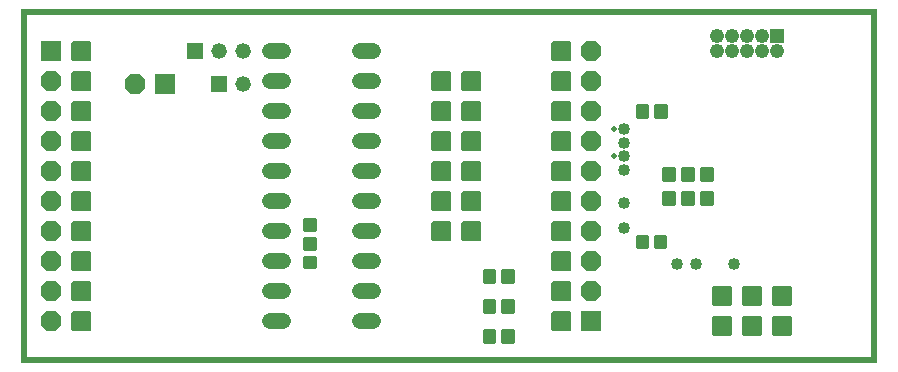
<source format=gbr>
G75*
G70*
%OFA0B0*%
%FSLAX24Y24*%
%IPPOS*%
%LPD*%
%AMOC8*
5,1,8,0,0,1.08239X$1,22.5*
%
%ADD10R,0.0200X1.1811*%
%ADD11R,2.8504X0.0211*%
%ADD12R,2.8504X0.0200*%
%ADD13R,0.0197X1.1811*%
%ADD14R,0.0671X0.0671*%
%ADD15OC8,0.0671*%
%ADD16C,0.0091*%
%ADD17C,0.0520*%
%ADD18R,0.0520X0.0520*%
%ADD19C,0.0520*%
%ADD20C,0.0050*%
%ADD21C,0.0400*%
%ADD22C,0.0200*%
%ADD23C,0.0490*%
%ADD24R,0.0490X0.0490*%
%ADD25C,0.0126*%
D10*
X008985Y014688D03*
D11*
X023136Y020488D03*
D12*
X023136Y008883D03*
D13*
X037290Y014688D03*
D14*
X027885Y010183D03*
X013685Y018083D03*
X009885Y019183D03*
D15*
X009885Y018183D03*
X009885Y017183D03*
X009885Y016183D03*
X009885Y015183D03*
X009885Y014183D03*
X009885Y013183D03*
X009885Y012183D03*
X009885Y011183D03*
X009885Y010183D03*
X012685Y018083D03*
X027885Y018183D03*
X027885Y017183D03*
X027885Y016183D03*
X027885Y015183D03*
X027885Y014183D03*
X027885Y013183D03*
X027885Y012183D03*
X027885Y011183D03*
X027885Y019183D03*
D16*
X029388Y017375D02*
X029388Y016991D01*
X029388Y017375D02*
X029752Y017375D01*
X029752Y016991D01*
X029388Y016991D01*
X029388Y017081D02*
X029752Y017081D01*
X029752Y017171D02*
X029388Y017171D01*
X029388Y017261D02*
X029752Y017261D01*
X029752Y017351D02*
X029388Y017351D01*
X030017Y017375D02*
X030017Y016991D01*
X030017Y017375D02*
X030381Y017375D01*
X030381Y016991D01*
X030017Y016991D01*
X030017Y017081D02*
X030381Y017081D01*
X030381Y017171D02*
X030017Y017171D01*
X030017Y017261D02*
X030381Y017261D01*
X030381Y017351D02*
X030017Y017351D01*
X030637Y015275D02*
X030637Y014891D01*
X030273Y014891D01*
X030273Y015275D01*
X030637Y015275D01*
X030637Y014981D02*
X030273Y014981D01*
X030273Y015071D02*
X030637Y015071D01*
X030637Y015161D02*
X030273Y015161D01*
X030273Y015251D02*
X030637Y015251D01*
X031267Y015275D02*
X031267Y014891D01*
X030903Y014891D01*
X030903Y015275D01*
X031267Y015275D01*
X031267Y014981D02*
X030903Y014981D01*
X030903Y015071D02*
X031267Y015071D01*
X031267Y015161D02*
X030903Y015161D01*
X030903Y015251D02*
X031267Y015251D01*
X031896Y015275D02*
X031896Y014891D01*
X031532Y014891D01*
X031532Y015275D01*
X031896Y015275D01*
X031896Y014981D02*
X031532Y014981D01*
X031532Y015071D02*
X031896Y015071D01*
X031896Y015161D02*
X031532Y015161D01*
X031532Y015251D02*
X031896Y015251D01*
X031532Y014475D02*
X031532Y014091D01*
X031532Y014475D02*
X031896Y014475D01*
X031896Y014091D01*
X031532Y014091D01*
X031532Y014181D02*
X031896Y014181D01*
X031896Y014271D02*
X031532Y014271D01*
X031532Y014361D02*
X031896Y014361D01*
X031896Y014451D02*
X031532Y014451D01*
X030903Y014475D02*
X030903Y014091D01*
X030903Y014475D02*
X031267Y014475D01*
X031267Y014091D01*
X030903Y014091D01*
X030903Y014181D02*
X031267Y014181D01*
X031267Y014271D02*
X030903Y014271D01*
X030903Y014361D02*
X031267Y014361D01*
X031267Y014451D02*
X030903Y014451D01*
X030273Y014475D02*
X030273Y014091D01*
X030273Y014475D02*
X030637Y014475D01*
X030637Y014091D01*
X030273Y014091D01*
X030273Y014181D02*
X030637Y014181D01*
X030637Y014271D02*
X030273Y014271D01*
X030273Y014361D02*
X030637Y014361D01*
X030637Y014451D02*
X030273Y014451D01*
X025281Y011875D02*
X025281Y011491D01*
X024917Y011491D01*
X024917Y011875D01*
X025281Y011875D01*
X025281Y011581D02*
X024917Y011581D01*
X024917Y011671D02*
X025281Y011671D01*
X025281Y011761D02*
X024917Y011761D01*
X024917Y011851D02*
X025281Y011851D01*
X024652Y011875D02*
X024652Y011491D01*
X024288Y011491D01*
X024288Y011875D01*
X024652Y011875D01*
X024652Y011581D02*
X024288Y011581D01*
X024288Y011671D02*
X024652Y011671D01*
X024652Y011761D02*
X024288Y011761D01*
X024288Y011851D02*
X024652Y011851D01*
X024652Y010875D02*
X024652Y010491D01*
X024288Y010491D01*
X024288Y010875D01*
X024652Y010875D01*
X024652Y010581D02*
X024288Y010581D01*
X024288Y010671D02*
X024652Y010671D01*
X024652Y010761D02*
X024288Y010761D01*
X024288Y010851D02*
X024652Y010851D01*
X025281Y010875D02*
X025281Y010491D01*
X024917Y010491D01*
X024917Y010875D01*
X025281Y010875D01*
X025281Y010581D02*
X024917Y010581D01*
X024917Y010671D02*
X025281Y010671D01*
X025281Y010761D02*
X024917Y010761D01*
X024917Y010851D02*
X025281Y010851D01*
X025281Y009875D02*
X025281Y009491D01*
X024917Y009491D01*
X024917Y009875D01*
X025281Y009875D01*
X025281Y009581D02*
X024917Y009581D01*
X024917Y009671D02*
X025281Y009671D01*
X025281Y009761D02*
X024917Y009761D01*
X024917Y009851D02*
X025281Y009851D01*
X024652Y009875D02*
X024652Y009491D01*
X024288Y009491D01*
X024288Y009875D01*
X024652Y009875D01*
X024652Y009581D02*
X024288Y009581D01*
X024288Y009671D02*
X024652Y009671D01*
X024652Y009761D02*
X024288Y009761D01*
X024288Y009851D02*
X024652Y009851D01*
X018677Y011971D02*
X018293Y011971D01*
X018293Y012335D01*
X018677Y012335D01*
X018677Y011971D01*
X018677Y012061D02*
X018293Y012061D01*
X018293Y012151D02*
X018677Y012151D01*
X018677Y012241D02*
X018293Y012241D01*
X018293Y012331D02*
X018677Y012331D01*
X018677Y012601D02*
X018293Y012601D01*
X018293Y012965D01*
X018677Y012965D01*
X018677Y012601D01*
X018677Y012691D02*
X018293Y012691D01*
X018293Y012781D02*
X018677Y012781D01*
X018677Y012871D02*
X018293Y012871D01*
X018293Y012961D02*
X018677Y012961D01*
X018677Y013231D02*
X018293Y013231D01*
X018293Y013595D01*
X018677Y013595D01*
X018677Y013231D01*
X018677Y013321D02*
X018293Y013321D01*
X018293Y013411D02*
X018677Y013411D01*
X018677Y013501D02*
X018293Y013501D01*
X018293Y013591D02*
X018677Y013591D01*
D17*
X017605Y013183D02*
X017165Y013183D01*
X017165Y012183D02*
X017605Y012183D01*
X017605Y011183D02*
X017165Y011183D01*
X017165Y010183D02*
X017605Y010183D01*
X020165Y010183D02*
X020605Y010183D01*
X020605Y011183D02*
X020165Y011183D01*
X020165Y012183D02*
X020605Y012183D01*
X020605Y013183D02*
X020165Y013183D01*
X020165Y014183D02*
X020605Y014183D01*
X020605Y015183D02*
X020165Y015183D01*
X020165Y016183D02*
X020605Y016183D01*
X020605Y017183D02*
X020165Y017183D01*
X020165Y018183D02*
X020605Y018183D01*
X020605Y019183D02*
X020165Y019183D01*
X017605Y019183D02*
X017165Y019183D01*
X017165Y018183D02*
X017605Y018183D01*
X017605Y017183D02*
X017165Y017183D01*
X017165Y016183D02*
X017605Y016183D01*
X017605Y015183D02*
X017165Y015183D01*
X017165Y014183D02*
X017605Y014183D01*
D18*
X015485Y018083D03*
X014685Y019183D03*
D19*
X015472Y019183D03*
X016259Y019183D03*
X016272Y018083D03*
D20*
X010587Y009917D02*
X010594Y009903D01*
X010605Y009892D01*
X010619Y009885D01*
X010635Y009883D01*
X011135Y009883D01*
X011150Y009885D01*
X011164Y009892D01*
X011175Y009903D01*
X011182Y009917D01*
X011185Y009933D01*
X011185Y010433D01*
X011182Y010448D01*
X011175Y010462D01*
X011164Y010473D01*
X011150Y010480D01*
X010619Y010480D01*
X010635Y010483D01*
X011135Y010483D01*
X011150Y010480D01*
X011185Y010432D02*
X010585Y010432D01*
X010585Y010433D02*
X010587Y010448D01*
X010594Y010462D01*
X010605Y010473D01*
X010619Y010480D01*
X010585Y010433D02*
X010585Y009933D01*
X010587Y009917D01*
X010599Y009898D02*
X011170Y009898D01*
X011185Y009947D02*
X010585Y009947D01*
X010585Y009995D02*
X011185Y009995D01*
X011185Y010044D02*
X010585Y010044D01*
X010585Y010092D02*
X011185Y010092D01*
X011185Y010141D02*
X010585Y010141D01*
X010585Y010189D02*
X011185Y010189D01*
X011185Y010238D02*
X010585Y010238D01*
X010585Y010286D02*
X011185Y010286D01*
X011185Y010335D02*
X010585Y010335D01*
X010585Y010383D02*
X011185Y010383D01*
X011135Y010883D02*
X010635Y010883D01*
X010619Y010885D01*
X010605Y010892D01*
X010594Y010903D01*
X010587Y010917D01*
X010585Y010933D01*
X010585Y011433D01*
X010587Y011448D01*
X010594Y011462D01*
X010605Y011473D01*
X010619Y011480D01*
X010635Y011483D01*
X011135Y011483D01*
X011150Y011480D01*
X011164Y011473D01*
X011175Y011462D01*
X011182Y011448D01*
X011185Y011433D01*
X011185Y010933D01*
X011182Y010917D01*
X011175Y010903D01*
X011164Y010892D01*
X011150Y010885D01*
X011135Y010883D01*
X011182Y010917D02*
X010587Y010917D01*
X010585Y010965D02*
X011185Y010965D01*
X011185Y011014D02*
X010585Y011014D01*
X010585Y011062D02*
X011185Y011062D01*
X011185Y011111D02*
X010585Y011111D01*
X010585Y011159D02*
X011185Y011159D01*
X011185Y011208D02*
X010585Y011208D01*
X010585Y011256D02*
X011185Y011256D01*
X011185Y011305D02*
X010585Y011305D01*
X010585Y011353D02*
X011185Y011353D01*
X011185Y011402D02*
X010585Y011402D01*
X010588Y011450D02*
X011181Y011450D01*
X011135Y011883D02*
X010635Y011883D01*
X010619Y011885D01*
X010605Y011892D01*
X010594Y011903D01*
X010587Y011917D01*
X010585Y011933D01*
X010585Y012433D01*
X010587Y012448D01*
X010594Y012462D01*
X010605Y012473D01*
X010619Y012480D01*
X010635Y012483D01*
X011135Y012483D01*
X011150Y012480D01*
X011164Y012473D01*
X011175Y012462D01*
X011182Y012448D01*
X011185Y012433D01*
X011185Y011933D01*
X011182Y011917D01*
X011175Y011903D01*
X011164Y011892D01*
X011150Y011885D01*
X011135Y011883D01*
X011153Y011887D02*
X010616Y011887D01*
X010585Y011935D02*
X011185Y011935D01*
X011185Y011984D02*
X010585Y011984D01*
X010585Y012032D02*
X011185Y012032D01*
X011185Y012081D02*
X010585Y012081D01*
X010585Y012129D02*
X011185Y012129D01*
X011185Y012178D02*
X010585Y012178D01*
X010585Y012226D02*
X011185Y012226D01*
X011185Y012275D02*
X010585Y012275D01*
X010585Y012323D02*
X011185Y012323D01*
X011185Y012372D02*
X010585Y012372D01*
X010585Y012420D02*
X011185Y012420D01*
X011168Y012469D02*
X010601Y012469D01*
X010635Y012883D02*
X010619Y012885D01*
X010605Y012892D01*
X010594Y012903D01*
X010587Y012917D01*
X010585Y012933D01*
X010585Y013433D01*
X010587Y013448D01*
X010594Y013462D01*
X010605Y013473D01*
X010619Y013480D01*
X010635Y013483D01*
X011135Y013483D01*
X011150Y013480D01*
X011164Y013473D01*
X011175Y013462D01*
X011182Y013448D01*
X011185Y013433D01*
X011185Y012933D01*
X011182Y012917D01*
X011175Y012903D01*
X011164Y012892D01*
X011150Y012885D01*
X011135Y012883D01*
X010635Y012883D01*
X010593Y012905D02*
X011176Y012905D01*
X011185Y012954D02*
X010585Y012954D01*
X010585Y013002D02*
X011185Y013002D01*
X011185Y013051D02*
X010585Y013051D01*
X010585Y013099D02*
X011185Y013099D01*
X011185Y013148D02*
X010585Y013148D01*
X010585Y013196D02*
X011185Y013196D01*
X011185Y013245D02*
X010585Y013245D01*
X010585Y013293D02*
X011185Y013293D01*
X011185Y013342D02*
X010585Y013342D01*
X010585Y013390D02*
X011185Y013390D01*
X011184Y013439D02*
X010585Y013439D01*
X010635Y013883D02*
X010619Y013885D01*
X010605Y013892D01*
X010594Y013903D01*
X010587Y013917D01*
X010585Y013933D01*
X010585Y014433D01*
X010587Y014448D01*
X010594Y014462D01*
X010605Y014473D01*
X010619Y014480D01*
X010635Y014483D01*
X011135Y014483D01*
X011150Y014480D01*
X011164Y014473D01*
X011175Y014462D01*
X011182Y014448D01*
X011185Y014433D01*
X011185Y013933D01*
X011182Y013917D01*
X011175Y013903D01*
X011164Y013892D01*
X011150Y013885D01*
X011135Y013883D01*
X010635Y013883D01*
X010586Y013924D02*
X011183Y013924D01*
X011185Y013972D02*
X010585Y013972D01*
X010585Y014021D02*
X011185Y014021D01*
X011185Y014069D02*
X010585Y014069D01*
X010585Y014118D02*
X011185Y014118D01*
X011185Y014166D02*
X010585Y014166D01*
X010585Y014215D02*
X011185Y014215D01*
X011185Y014263D02*
X010585Y014263D01*
X010585Y014312D02*
X011185Y014312D01*
X011185Y014360D02*
X010585Y014360D01*
X010585Y014409D02*
X011185Y014409D01*
X011177Y014457D02*
X010592Y014457D01*
X010635Y014883D02*
X010619Y014885D01*
X010605Y014892D01*
X010594Y014903D01*
X010587Y014917D01*
X010585Y014933D01*
X010585Y015433D01*
X010587Y015448D01*
X010594Y015462D01*
X010605Y015473D01*
X010619Y015480D01*
X010635Y015483D01*
X011135Y015483D01*
X011150Y015480D01*
X011164Y015473D01*
X011175Y015462D01*
X011182Y015448D01*
X011185Y015433D01*
X011185Y014933D01*
X011182Y014917D01*
X011175Y014903D01*
X011164Y014892D01*
X011150Y014885D01*
X011135Y014883D01*
X010635Y014883D01*
X010604Y014894D02*
X011165Y014894D01*
X011185Y014942D02*
X010585Y014942D01*
X010585Y014991D02*
X011185Y014991D01*
X011185Y015039D02*
X010585Y015039D01*
X010585Y015088D02*
X011185Y015088D01*
X011185Y015136D02*
X010585Y015136D01*
X010585Y015185D02*
X011185Y015185D01*
X011185Y015233D02*
X010585Y015233D01*
X010585Y015282D02*
X011185Y015282D01*
X011185Y015330D02*
X010585Y015330D01*
X010585Y015379D02*
X011185Y015379D01*
X011185Y015427D02*
X010585Y015427D01*
X010610Y015476D02*
X011159Y015476D01*
X011135Y015883D02*
X010635Y015883D01*
X010619Y015885D01*
X010605Y015892D01*
X010594Y015903D01*
X010587Y015917D01*
X010585Y015933D01*
X010585Y016433D01*
X010587Y016448D01*
X010594Y016462D01*
X010605Y016473D01*
X010619Y016480D01*
X010635Y016483D01*
X011135Y016483D01*
X011150Y016480D01*
X011164Y016473D01*
X011175Y016462D01*
X011182Y016448D01*
X011185Y016433D01*
X011185Y015933D01*
X011182Y015917D01*
X011175Y015903D01*
X011164Y015892D01*
X011150Y015885D01*
X011135Y015883D01*
X011180Y015912D02*
X010590Y015912D01*
X010585Y015961D02*
X011185Y015961D01*
X011185Y016009D02*
X010585Y016009D01*
X010585Y016058D02*
X011185Y016058D01*
X011185Y016106D02*
X010585Y016106D01*
X010585Y016155D02*
X011185Y016155D01*
X011185Y016203D02*
X010585Y016203D01*
X010585Y016252D02*
X011185Y016252D01*
X011185Y016300D02*
X010585Y016300D01*
X010585Y016349D02*
X011185Y016349D01*
X011185Y016397D02*
X010585Y016397D01*
X010587Y016446D02*
X011182Y016446D01*
X011135Y016883D02*
X010635Y016883D01*
X010619Y016885D01*
X010605Y016892D01*
X010594Y016903D01*
X010587Y016917D01*
X010585Y016933D01*
X010585Y017433D01*
X010587Y017448D01*
X010594Y017462D01*
X010605Y017473D01*
X010619Y017480D01*
X010635Y017483D01*
X011135Y017483D01*
X011150Y017480D01*
X011164Y017473D01*
X011175Y017462D01*
X011182Y017448D01*
X011185Y017433D01*
X011185Y016933D01*
X011182Y016917D01*
X011175Y016903D01*
X011164Y016892D01*
X011150Y016885D01*
X011135Y016883D01*
X011184Y016931D02*
X010585Y016931D01*
X010585Y016979D02*
X011185Y016979D01*
X011185Y017028D02*
X010585Y017028D01*
X010585Y017076D02*
X011185Y017076D01*
X011185Y017125D02*
X010585Y017125D01*
X010585Y017173D02*
X011185Y017173D01*
X011185Y017222D02*
X010585Y017222D01*
X010585Y017270D02*
X011185Y017270D01*
X011185Y017319D02*
X010585Y017319D01*
X010585Y017367D02*
X011185Y017367D01*
X011185Y017416D02*
X010585Y017416D01*
X010596Y017464D02*
X011173Y017464D01*
X011135Y017883D02*
X010635Y017883D01*
X010619Y017885D01*
X010605Y017892D01*
X010594Y017903D01*
X010587Y017917D01*
X010585Y017933D01*
X010585Y018433D01*
X010587Y018448D01*
X010594Y018462D01*
X010605Y018473D01*
X010619Y018480D01*
X010635Y018483D01*
X011135Y018483D01*
X011150Y018480D01*
X011164Y018473D01*
X011175Y018462D01*
X011182Y018448D01*
X011185Y018433D01*
X011185Y017933D01*
X011182Y017917D01*
X011175Y017903D01*
X011164Y017892D01*
X011150Y017885D01*
X011135Y017883D01*
X011172Y017901D02*
X010597Y017901D01*
X010585Y017949D02*
X011185Y017949D01*
X011185Y017998D02*
X010585Y017998D01*
X010585Y018046D02*
X011185Y018046D01*
X011185Y018095D02*
X010585Y018095D01*
X010585Y018143D02*
X011185Y018143D01*
X011185Y018192D02*
X010585Y018192D01*
X010585Y018240D02*
X011185Y018240D01*
X011185Y018289D02*
X010585Y018289D01*
X010585Y018337D02*
X011185Y018337D01*
X011185Y018386D02*
X010585Y018386D01*
X010585Y018434D02*
X011184Y018434D01*
X011135Y018883D02*
X010635Y018883D01*
X010619Y018885D01*
X010605Y018892D01*
X010594Y018903D01*
X010587Y018917D01*
X010585Y018933D01*
X010585Y019433D01*
X010587Y019448D01*
X010594Y019462D01*
X010605Y019473D01*
X010619Y019480D01*
X010635Y019483D01*
X011135Y019483D01*
X011150Y019480D01*
X011164Y019473D01*
X011175Y019462D01*
X011182Y019448D01*
X011185Y019433D01*
X011185Y018933D01*
X011182Y018917D01*
X011175Y018903D01*
X011164Y018892D01*
X011150Y018885D01*
X011135Y018883D01*
X011182Y018919D02*
X010587Y018919D01*
X010585Y018968D02*
X011185Y018968D01*
X011185Y019016D02*
X010585Y019016D01*
X010585Y019065D02*
X011185Y019065D01*
X011185Y019113D02*
X010585Y019113D01*
X010585Y019162D02*
X011185Y019162D01*
X011185Y019210D02*
X010585Y019210D01*
X010585Y019259D02*
X011185Y019259D01*
X011185Y019307D02*
X010585Y019307D01*
X010585Y019356D02*
X011185Y019356D01*
X011185Y019404D02*
X010585Y019404D01*
X010589Y019453D02*
X011180Y019453D01*
X022585Y018433D02*
X022585Y017933D01*
X022587Y017917D01*
X022594Y017903D01*
X022605Y017892D01*
X022619Y017885D01*
X022635Y017883D01*
X023135Y017883D01*
X023150Y017885D01*
X023164Y017892D01*
X023175Y017903D01*
X023182Y017917D01*
X023185Y017933D01*
X023185Y018433D01*
X023182Y018448D01*
X023175Y018462D01*
X023164Y018473D01*
X023150Y018480D01*
X023135Y018483D01*
X022635Y018483D01*
X022619Y018480D01*
X022605Y018473D01*
X022594Y018462D01*
X022587Y018448D01*
X022585Y018433D01*
X022585Y018434D02*
X023184Y018434D01*
X023185Y018386D02*
X022585Y018386D01*
X022585Y018337D02*
X023185Y018337D01*
X023185Y018289D02*
X022585Y018289D01*
X022585Y018240D02*
X023185Y018240D01*
X023185Y018192D02*
X022585Y018192D01*
X022585Y018143D02*
X023185Y018143D01*
X023185Y018095D02*
X022585Y018095D01*
X022585Y018046D02*
X023185Y018046D01*
X023185Y017998D02*
X022585Y017998D01*
X022585Y017949D02*
X023185Y017949D01*
X023172Y017901D02*
X022597Y017901D01*
X022635Y017483D02*
X022619Y017480D01*
X022605Y017473D01*
X022594Y017462D01*
X022587Y017448D01*
X022585Y017433D01*
X022585Y016933D01*
X022587Y016917D01*
X022594Y016903D01*
X022605Y016892D01*
X022619Y016885D01*
X022635Y016883D01*
X023135Y016883D01*
X023150Y016885D01*
X023164Y016892D01*
X023175Y016903D01*
X023182Y016917D01*
X023185Y016933D01*
X023185Y017433D01*
X023182Y017448D01*
X023175Y017462D01*
X023164Y017473D01*
X023150Y017480D01*
X023135Y017483D01*
X022635Y017483D01*
X022596Y017464D02*
X023173Y017464D01*
X023185Y017416D02*
X022585Y017416D01*
X022585Y017367D02*
X023185Y017367D01*
X023185Y017319D02*
X022585Y017319D01*
X022585Y017270D02*
X023185Y017270D01*
X023185Y017222D02*
X022585Y017222D01*
X022585Y017173D02*
X023185Y017173D01*
X023185Y017125D02*
X022585Y017125D01*
X022585Y017076D02*
X023185Y017076D01*
X023185Y017028D02*
X022585Y017028D01*
X022585Y016979D02*
X023185Y016979D01*
X023184Y016931D02*
X022585Y016931D01*
X022635Y016483D02*
X022619Y016480D01*
X022605Y016473D01*
X022594Y016462D01*
X022587Y016448D01*
X022585Y016433D01*
X022585Y015933D01*
X022587Y015917D01*
X022594Y015903D01*
X022605Y015892D01*
X022619Y015885D01*
X022635Y015883D01*
X023135Y015883D01*
X023150Y015885D01*
X023164Y015892D01*
X023175Y015903D01*
X023182Y015917D01*
X023185Y015933D01*
X023185Y016433D01*
X023182Y016448D01*
X023175Y016462D01*
X023164Y016473D01*
X023150Y016480D01*
X023135Y016483D01*
X022635Y016483D01*
X022587Y016446D02*
X023182Y016446D01*
X023185Y016397D02*
X022585Y016397D01*
X022585Y016349D02*
X023185Y016349D01*
X023185Y016300D02*
X022585Y016300D01*
X022585Y016252D02*
X023185Y016252D01*
X023185Y016203D02*
X022585Y016203D01*
X022585Y016155D02*
X023185Y016155D01*
X023185Y016106D02*
X022585Y016106D01*
X022585Y016058D02*
X023185Y016058D01*
X023185Y016009D02*
X022585Y016009D01*
X022585Y015961D02*
X023185Y015961D01*
X023180Y015912D02*
X022590Y015912D01*
X022635Y015483D02*
X022619Y015480D01*
X022605Y015473D01*
X022594Y015462D01*
X022587Y015448D01*
X022585Y015433D01*
X022585Y014933D01*
X022587Y014917D01*
X022594Y014903D01*
X022605Y014892D01*
X022619Y014885D01*
X022635Y014883D01*
X023135Y014883D01*
X023150Y014885D01*
X023164Y014892D01*
X023175Y014903D01*
X023182Y014917D01*
X023185Y014933D01*
X023185Y015433D01*
X023182Y015448D01*
X023175Y015462D01*
X023164Y015473D01*
X023150Y015480D01*
X023135Y015483D01*
X022635Y015483D01*
X022610Y015476D02*
X023159Y015476D01*
X023185Y015427D02*
X022585Y015427D01*
X022585Y015379D02*
X023185Y015379D01*
X023185Y015330D02*
X022585Y015330D01*
X022585Y015282D02*
X023185Y015282D01*
X023185Y015233D02*
X022585Y015233D01*
X022585Y015185D02*
X023185Y015185D01*
X023185Y015136D02*
X022585Y015136D01*
X022585Y015088D02*
X023185Y015088D01*
X023185Y015039D02*
X022585Y015039D01*
X022585Y014991D02*
X023185Y014991D01*
X023185Y014942D02*
X022585Y014942D01*
X022604Y014894D02*
X023165Y014894D01*
X023585Y014933D02*
X023585Y015433D01*
X023587Y015448D01*
X023594Y015462D01*
X023605Y015473D01*
X023619Y015480D01*
X023635Y015483D01*
X024135Y015483D01*
X024150Y015480D01*
X024164Y015473D01*
X024175Y015462D01*
X024182Y015448D01*
X024185Y015433D01*
X024185Y014933D01*
X024182Y014917D01*
X024175Y014903D01*
X024164Y014892D01*
X024150Y014885D01*
X024135Y014883D01*
X023635Y014883D01*
X023619Y014885D01*
X023605Y014892D01*
X023594Y014903D01*
X023587Y014917D01*
X023585Y014933D01*
X023585Y014942D02*
X024185Y014942D01*
X024185Y014991D02*
X023585Y014991D01*
X023585Y015039D02*
X024185Y015039D01*
X024185Y015088D02*
X023585Y015088D01*
X023585Y015136D02*
X024185Y015136D01*
X024185Y015185D02*
X023585Y015185D01*
X023585Y015233D02*
X024185Y015233D01*
X024185Y015282D02*
X023585Y015282D01*
X023585Y015330D02*
X024185Y015330D01*
X024185Y015379D02*
X023585Y015379D01*
X023585Y015427D02*
X024185Y015427D01*
X024159Y015476D02*
X023610Y015476D01*
X023635Y015883D02*
X023619Y015885D01*
X023605Y015892D01*
X023594Y015903D01*
X023587Y015917D01*
X023585Y015933D01*
X023585Y016433D01*
X023587Y016448D01*
X023594Y016462D01*
X023605Y016473D01*
X023619Y016480D01*
X023635Y016483D01*
X024135Y016483D01*
X024150Y016480D01*
X024164Y016473D01*
X024175Y016462D01*
X024182Y016448D01*
X024185Y016433D01*
X024185Y015933D01*
X024182Y015917D01*
X024175Y015903D01*
X024164Y015892D01*
X024150Y015885D01*
X024135Y015883D01*
X023635Y015883D01*
X023590Y015912D02*
X024180Y015912D01*
X024185Y015961D02*
X023585Y015961D01*
X023585Y016009D02*
X024185Y016009D01*
X024185Y016058D02*
X023585Y016058D01*
X023585Y016106D02*
X024185Y016106D01*
X024185Y016155D02*
X023585Y016155D01*
X023585Y016203D02*
X024185Y016203D01*
X024185Y016252D02*
X023585Y016252D01*
X023585Y016300D02*
X024185Y016300D01*
X024185Y016349D02*
X023585Y016349D01*
X023585Y016397D02*
X024185Y016397D01*
X024182Y016446D02*
X023587Y016446D01*
X023635Y016883D02*
X023619Y016885D01*
X023605Y016892D01*
X023594Y016903D01*
X023587Y016917D01*
X023585Y016933D01*
X023585Y017433D01*
X023587Y017448D01*
X023594Y017462D01*
X023605Y017473D01*
X023619Y017480D01*
X023635Y017483D01*
X024135Y017483D01*
X024150Y017480D01*
X024164Y017473D01*
X024175Y017462D01*
X024182Y017448D01*
X024185Y017433D01*
X024185Y016933D01*
X024182Y016917D01*
X024175Y016903D01*
X024164Y016892D01*
X024150Y016885D01*
X024135Y016883D01*
X023635Y016883D01*
X023585Y016931D02*
X024184Y016931D01*
X024185Y016979D02*
X023585Y016979D01*
X023585Y017028D02*
X024185Y017028D01*
X024185Y017076D02*
X023585Y017076D01*
X023585Y017125D02*
X024185Y017125D01*
X024185Y017173D02*
X023585Y017173D01*
X023585Y017222D02*
X024185Y017222D01*
X024185Y017270D02*
X023585Y017270D01*
X023585Y017319D02*
X024185Y017319D01*
X024185Y017367D02*
X023585Y017367D01*
X023585Y017416D02*
X024185Y017416D01*
X024173Y017464D02*
X023596Y017464D01*
X023635Y017883D02*
X023619Y017885D01*
X023605Y017892D01*
X023594Y017903D01*
X023587Y017917D01*
X023585Y017933D01*
X023585Y018433D01*
X023587Y018448D01*
X023594Y018462D01*
X023605Y018473D01*
X023619Y018480D01*
X023635Y018483D01*
X024135Y018483D01*
X024150Y018480D01*
X024164Y018473D01*
X024175Y018462D01*
X024182Y018448D01*
X024185Y018433D01*
X024185Y017933D01*
X024182Y017917D01*
X024175Y017903D01*
X024164Y017892D01*
X024150Y017885D01*
X024135Y017883D01*
X023635Y017883D01*
X023597Y017901D02*
X024172Y017901D01*
X024185Y017949D02*
X023585Y017949D01*
X023585Y017998D02*
X024185Y017998D01*
X024185Y018046D02*
X023585Y018046D01*
X023585Y018095D02*
X024185Y018095D01*
X024185Y018143D02*
X023585Y018143D01*
X023585Y018192D02*
X024185Y018192D01*
X024185Y018240D02*
X023585Y018240D01*
X023585Y018289D02*
X024185Y018289D01*
X024185Y018337D02*
X023585Y018337D01*
X023585Y018386D02*
X024185Y018386D01*
X024184Y018434D02*
X023585Y018434D01*
X026585Y018433D02*
X026585Y017933D01*
X026587Y017917D01*
X026594Y017903D01*
X026605Y017892D01*
X026619Y017885D01*
X026635Y017883D01*
X027135Y017883D01*
X027150Y017885D01*
X027164Y017892D01*
X027175Y017903D01*
X027182Y017917D01*
X027185Y017933D01*
X027185Y018433D01*
X027182Y018448D01*
X027175Y018462D01*
X027164Y018473D01*
X027150Y018480D01*
X027135Y018483D01*
X026635Y018483D01*
X026619Y018480D01*
X026605Y018473D01*
X026594Y018462D01*
X026587Y018448D01*
X026585Y018433D01*
X026585Y018434D02*
X027184Y018434D01*
X027185Y018386D02*
X026585Y018386D01*
X026585Y018337D02*
X027185Y018337D01*
X027185Y018289D02*
X026585Y018289D01*
X026585Y018240D02*
X027185Y018240D01*
X027185Y018192D02*
X026585Y018192D01*
X026585Y018143D02*
X027185Y018143D01*
X027185Y018095D02*
X026585Y018095D01*
X026585Y018046D02*
X027185Y018046D01*
X027185Y017998D02*
X026585Y017998D01*
X026585Y017949D02*
X027185Y017949D01*
X027172Y017901D02*
X026597Y017901D01*
X026635Y017483D02*
X027135Y017483D01*
X027150Y017480D01*
X027164Y017473D01*
X027175Y017462D01*
X027182Y017448D01*
X027185Y017433D01*
X027185Y016933D01*
X027182Y016917D01*
X027175Y016903D01*
X027164Y016892D01*
X027150Y016885D01*
X027135Y016883D01*
X026635Y016883D01*
X026619Y016885D01*
X026605Y016892D01*
X026594Y016903D01*
X026587Y016917D01*
X026585Y016933D01*
X026585Y017433D01*
X026587Y017448D01*
X026594Y017462D01*
X026605Y017473D01*
X026619Y017480D01*
X026635Y017483D01*
X026596Y017464D02*
X027173Y017464D01*
X027185Y017416D02*
X026585Y017416D01*
X026585Y017367D02*
X027185Y017367D01*
X027185Y017319D02*
X026585Y017319D01*
X026585Y017270D02*
X027185Y017270D01*
X027185Y017222D02*
X026585Y017222D01*
X026585Y017173D02*
X027185Y017173D01*
X027185Y017125D02*
X026585Y017125D01*
X026585Y017076D02*
X027185Y017076D01*
X027185Y017028D02*
X026585Y017028D01*
X026585Y016979D02*
X027185Y016979D01*
X027184Y016931D02*
X026585Y016931D01*
X026635Y016483D02*
X027135Y016483D01*
X027150Y016480D01*
X027164Y016473D01*
X027175Y016462D01*
X027182Y016448D01*
X027185Y016433D01*
X027185Y015933D01*
X027182Y015917D01*
X027175Y015903D01*
X027164Y015892D01*
X027150Y015885D01*
X027135Y015883D01*
X026635Y015883D01*
X026619Y015885D01*
X026605Y015892D01*
X026594Y015903D01*
X026587Y015917D01*
X026585Y015933D01*
X026585Y016433D01*
X026587Y016448D01*
X026594Y016462D01*
X026605Y016473D01*
X026619Y016480D01*
X026635Y016483D01*
X026587Y016446D02*
X027182Y016446D01*
X027185Y016397D02*
X026585Y016397D01*
X026585Y016349D02*
X027185Y016349D01*
X027185Y016300D02*
X026585Y016300D01*
X026585Y016252D02*
X027185Y016252D01*
X027185Y016203D02*
X026585Y016203D01*
X026585Y016155D02*
X027185Y016155D01*
X027185Y016106D02*
X026585Y016106D01*
X026585Y016058D02*
X027185Y016058D01*
X027185Y016009D02*
X026585Y016009D01*
X026585Y015961D02*
X027185Y015961D01*
X027180Y015912D02*
X026590Y015912D01*
X026635Y015483D02*
X027135Y015483D01*
X027150Y015480D01*
X027164Y015473D01*
X027175Y015462D01*
X027182Y015448D01*
X027185Y015433D01*
X027185Y014933D01*
X027182Y014917D01*
X027175Y014903D01*
X027164Y014892D01*
X027150Y014885D01*
X027135Y014883D01*
X026635Y014883D01*
X026619Y014885D01*
X026605Y014892D01*
X026594Y014903D01*
X026587Y014917D01*
X026585Y014933D01*
X026585Y015433D01*
X026587Y015448D01*
X026594Y015462D01*
X026605Y015473D01*
X026619Y015480D01*
X026635Y015483D01*
X026610Y015476D02*
X027159Y015476D01*
X027185Y015427D02*
X026585Y015427D01*
X026585Y015379D02*
X027185Y015379D01*
X027185Y015330D02*
X026585Y015330D01*
X026585Y015282D02*
X027185Y015282D01*
X027185Y015233D02*
X026585Y015233D01*
X026585Y015185D02*
X027185Y015185D01*
X027185Y015136D02*
X026585Y015136D01*
X026585Y015088D02*
X027185Y015088D01*
X027185Y015039D02*
X026585Y015039D01*
X026585Y014991D02*
X027185Y014991D01*
X027185Y014942D02*
X026585Y014942D01*
X026604Y014894D02*
X027165Y014894D01*
X027135Y014483D02*
X026635Y014483D01*
X026619Y014480D01*
X026605Y014473D01*
X026594Y014462D01*
X026587Y014448D01*
X026585Y014433D01*
X026585Y013933D01*
X026587Y013917D01*
X026594Y013903D01*
X026605Y013892D01*
X026619Y013885D01*
X026635Y013883D01*
X027135Y013883D01*
X027150Y013885D01*
X027164Y013892D01*
X027175Y013903D01*
X027182Y013917D01*
X027185Y013933D01*
X027185Y014433D01*
X027182Y014448D01*
X027175Y014462D01*
X027164Y014473D01*
X027150Y014480D01*
X027135Y014483D01*
X027177Y014457D02*
X026592Y014457D01*
X026585Y014409D02*
X027185Y014409D01*
X027185Y014360D02*
X026585Y014360D01*
X026585Y014312D02*
X027185Y014312D01*
X027185Y014263D02*
X026585Y014263D01*
X026585Y014215D02*
X027185Y014215D01*
X027185Y014166D02*
X026585Y014166D01*
X026585Y014118D02*
X027185Y014118D01*
X027185Y014069D02*
X026585Y014069D01*
X026585Y014021D02*
X027185Y014021D01*
X027185Y013972D02*
X026585Y013972D01*
X026586Y013924D02*
X027183Y013924D01*
X027135Y013483D02*
X026635Y013483D01*
X026619Y013480D01*
X026605Y013473D01*
X026594Y013462D01*
X026587Y013448D01*
X026585Y013433D01*
X026585Y012933D01*
X026587Y012917D01*
X026594Y012903D01*
X026605Y012892D01*
X026619Y012885D01*
X026635Y012883D01*
X027135Y012883D01*
X027150Y012885D01*
X027164Y012892D01*
X027175Y012903D01*
X027182Y012917D01*
X027185Y012933D01*
X027185Y013433D01*
X027182Y013448D01*
X027175Y013462D01*
X027164Y013473D01*
X027150Y013480D01*
X027135Y013483D01*
X027184Y013439D02*
X026585Y013439D01*
X026585Y013390D02*
X027185Y013390D01*
X027185Y013342D02*
X026585Y013342D01*
X026585Y013293D02*
X027185Y013293D01*
X027185Y013245D02*
X026585Y013245D01*
X026585Y013196D02*
X027185Y013196D01*
X027185Y013148D02*
X026585Y013148D01*
X026585Y013099D02*
X027185Y013099D01*
X027185Y013051D02*
X026585Y013051D01*
X026585Y013002D02*
X027185Y013002D01*
X027185Y012954D02*
X026585Y012954D01*
X026593Y012905D02*
X027176Y012905D01*
X027135Y012483D02*
X026635Y012483D01*
X026619Y012480D01*
X026605Y012473D01*
X026594Y012462D01*
X026587Y012448D01*
X026585Y012433D01*
X026585Y011933D01*
X026587Y011917D01*
X026594Y011903D01*
X026605Y011892D01*
X026619Y011885D01*
X026635Y011883D01*
X027135Y011883D01*
X027150Y011885D01*
X027164Y011892D01*
X027175Y011903D01*
X027182Y011917D01*
X027185Y011933D01*
X027185Y012433D01*
X027182Y012448D01*
X027175Y012462D01*
X027164Y012473D01*
X027150Y012480D01*
X027135Y012483D01*
X027168Y012469D02*
X026601Y012469D01*
X026585Y012420D02*
X027185Y012420D01*
X027185Y012372D02*
X026585Y012372D01*
X026585Y012323D02*
X027185Y012323D01*
X027185Y012275D02*
X026585Y012275D01*
X026585Y012226D02*
X027185Y012226D01*
X027185Y012178D02*
X026585Y012178D01*
X026585Y012129D02*
X027185Y012129D01*
X027185Y012081D02*
X026585Y012081D01*
X026585Y012032D02*
X027185Y012032D01*
X027185Y011984D02*
X026585Y011984D01*
X026585Y011935D02*
X027185Y011935D01*
X027153Y011887D02*
X026616Y011887D01*
X026635Y011483D02*
X027135Y011483D01*
X027150Y011480D01*
X027164Y011473D01*
X027175Y011462D01*
X027182Y011448D01*
X027185Y011433D01*
X027185Y010933D01*
X027182Y010917D01*
X027175Y010903D01*
X027164Y010892D01*
X027150Y010885D01*
X027135Y010883D01*
X026635Y010883D01*
X026619Y010885D01*
X026605Y010892D01*
X026594Y010903D01*
X026587Y010917D01*
X026585Y010933D01*
X026585Y011433D01*
X026587Y011448D01*
X026594Y011462D01*
X026605Y011473D01*
X026619Y011480D01*
X026635Y011483D01*
X026588Y011450D02*
X027181Y011450D01*
X027185Y011402D02*
X026585Y011402D01*
X026585Y011353D02*
X027185Y011353D01*
X027185Y011305D02*
X026585Y011305D01*
X026585Y011256D02*
X027185Y011256D01*
X027185Y011208D02*
X026585Y011208D01*
X026585Y011159D02*
X027185Y011159D01*
X027185Y011111D02*
X026585Y011111D01*
X026585Y011062D02*
X027185Y011062D01*
X027185Y011014D02*
X026585Y011014D01*
X026585Y010965D02*
X027185Y010965D01*
X027182Y010917D02*
X026587Y010917D01*
X026635Y010483D02*
X027135Y010483D01*
X027150Y010480D01*
X026619Y010480D01*
X026635Y010483D01*
X026619Y010480D02*
X026605Y010473D01*
X026594Y010462D01*
X026587Y010448D01*
X026585Y010433D01*
X026585Y009933D01*
X026587Y009917D01*
X026594Y009903D01*
X026605Y009892D01*
X026619Y009885D01*
X026635Y009883D01*
X027135Y009883D01*
X027150Y009885D01*
X027164Y009892D01*
X027175Y009903D01*
X027182Y009917D01*
X027185Y009933D01*
X027185Y010433D01*
X027182Y010448D01*
X027175Y010462D01*
X027164Y010473D01*
X027150Y010480D01*
X027185Y010432D02*
X026585Y010432D01*
X026585Y010383D02*
X027185Y010383D01*
X027185Y010335D02*
X026585Y010335D01*
X026585Y010286D02*
X027185Y010286D01*
X027185Y010238D02*
X026585Y010238D01*
X026585Y010189D02*
X027185Y010189D01*
X027185Y010141D02*
X026585Y010141D01*
X026585Y010092D02*
X027185Y010092D01*
X027185Y010044D02*
X026585Y010044D01*
X026585Y009995D02*
X027185Y009995D01*
X027185Y009947D02*
X026585Y009947D01*
X026599Y009898D02*
X027170Y009898D01*
X031935Y009898D02*
X032535Y009898D01*
X032535Y009850D02*
X031935Y009850D01*
X031935Y009801D02*
X032535Y009801D01*
X032535Y009783D02*
X032532Y009767D01*
X032525Y009753D01*
X032514Y009742D01*
X032500Y009735D01*
X032485Y009733D01*
X031985Y009733D01*
X031969Y009735D01*
X031955Y009742D01*
X031944Y009753D01*
X031937Y009767D01*
X031935Y009783D01*
X031935Y010283D01*
X031937Y010298D01*
X031944Y010312D01*
X031955Y010323D01*
X031969Y010330D01*
X031985Y010333D01*
X032485Y010333D01*
X032500Y010330D01*
X032514Y010323D01*
X032525Y010312D01*
X032532Y010298D01*
X032535Y010283D01*
X032535Y009783D01*
X032524Y009753D02*
X031945Y009753D01*
X031935Y009947D02*
X032535Y009947D01*
X032535Y009995D02*
X031935Y009995D01*
X031935Y010044D02*
X032535Y010044D01*
X032535Y010092D02*
X031935Y010092D01*
X031935Y010141D02*
X032535Y010141D01*
X032535Y010189D02*
X031935Y010189D01*
X031935Y010238D02*
X032535Y010238D01*
X032534Y010286D02*
X031935Y010286D01*
X031985Y010733D02*
X031969Y010735D01*
X031955Y010742D01*
X031944Y010753D01*
X031937Y010767D01*
X031935Y010783D01*
X031935Y011283D01*
X031937Y011298D01*
X031944Y011312D01*
X031955Y011323D01*
X031969Y011330D01*
X031985Y011333D01*
X032485Y011333D01*
X032500Y011330D01*
X032514Y011323D01*
X032525Y011312D01*
X032532Y011298D01*
X032535Y011283D01*
X032535Y010783D01*
X032532Y010767D01*
X032525Y010753D01*
X032514Y010742D01*
X032500Y010735D01*
X032485Y010733D01*
X031985Y010733D01*
X031936Y010771D02*
X032533Y010771D01*
X032535Y010820D02*
X031935Y010820D01*
X031935Y010868D02*
X032535Y010868D01*
X032535Y010917D02*
X031935Y010917D01*
X031935Y010965D02*
X032535Y010965D01*
X032535Y011014D02*
X031935Y011014D01*
X031935Y011062D02*
X032535Y011062D01*
X032535Y011111D02*
X031935Y011111D01*
X031935Y011159D02*
X032535Y011159D01*
X032535Y011208D02*
X031935Y011208D01*
X031935Y011256D02*
X032535Y011256D01*
X032529Y011305D02*
X031940Y011305D01*
X032935Y011283D02*
X032937Y011298D01*
X032944Y011312D01*
X032955Y011323D01*
X032969Y011330D01*
X032985Y011333D01*
X033485Y011333D01*
X033500Y011330D01*
X033514Y011323D01*
X033525Y011312D01*
X033532Y011298D01*
X033535Y011283D01*
X033535Y010783D01*
X033532Y010767D01*
X033525Y010753D01*
X033514Y010742D01*
X033500Y010735D01*
X033485Y010733D01*
X032985Y010733D01*
X032969Y010735D01*
X032955Y010742D01*
X032944Y010753D01*
X032937Y010767D01*
X032935Y010783D01*
X032935Y011283D01*
X032940Y011305D02*
X033529Y011305D01*
X033535Y011256D02*
X032935Y011256D01*
X032935Y011208D02*
X033535Y011208D01*
X033535Y011159D02*
X032935Y011159D01*
X032935Y011111D02*
X033535Y011111D01*
X033535Y011062D02*
X032935Y011062D01*
X032935Y011014D02*
X033535Y011014D01*
X033535Y010965D02*
X032935Y010965D01*
X032935Y010917D02*
X033535Y010917D01*
X033535Y010868D02*
X032935Y010868D01*
X032935Y010820D02*
X033535Y010820D01*
X033533Y010771D02*
X032936Y010771D01*
X032985Y010333D02*
X033485Y010333D01*
X033500Y010330D01*
X033514Y010323D01*
X033525Y010312D01*
X033532Y010298D01*
X033535Y010283D01*
X033535Y009783D01*
X033532Y009767D01*
X033525Y009753D01*
X033514Y009742D01*
X033500Y009735D01*
X033485Y009733D01*
X032985Y009733D01*
X032969Y009735D01*
X032955Y009742D01*
X032944Y009753D01*
X032937Y009767D01*
X032935Y009783D01*
X032935Y010283D01*
X032937Y010298D01*
X032944Y010312D01*
X032955Y010323D01*
X032969Y010330D01*
X032985Y010333D01*
X032935Y010286D02*
X033534Y010286D01*
X033535Y010238D02*
X032935Y010238D01*
X032935Y010189D02*
X033535Y010189D01*
X033535Y010141D02*
X032935Y010141D01*
X032935Y010092D02*
X033535Y010092D01*
X033535Y010044D02*
X032935Y010044D01*
X032935Y009995D02*
X033535Y009995D01*
X033535Y009947D02*
X032935Y009947D01*
X032935Y009898D02*
X033535Y009898D01*
X033535Y009850D02*
X032935Y009850D01*
X032935Y009801D02*
X033535Y009801D01*
X033524Y009753D02*
X032945Y009753D01*
X033935Y009783D02*
X033935Y010283D01*
X033937Y010298D01*
X033944Y010312D01*
X033955Y010323D01*
X033969Y010330D01*
X033985Y010333D01*
X034485Y010333D01*
X034500Y010330D01*
X034514Y010323D01*
X034525Y010312D01*
X034532Y010298D01*
X034535Y010283D01*
X034535Y009783D01*
X034532Y009767D01*
X034525Y009753D01*
X034514Y009742D01*
X034500Y009735D01*
X034485Y009733D01*
X033985Y009733D01*
X033969Y009735D01*
X033955Y009742D01*
X033944Y009753D01*
X033937Y009767D01*
X033935Y009783D01*
X033935Y009801D02*
X034535Y009801D01*
X034535Y009850D02*
X033935Y009850D01*
X033935Y009898D02*
X034535Y009898D01*
X034535Y009947D02*
X033935Y009947D01*
X033935Y009995D02*
X034535Y009995D01*
X034535Y010044D02*
X033935Y010044D01*
X033935Y010092D02*
X034535Y010092D01*
X034535Y010141D02*
X033935Y010141D01*
X033935Y010189D02*
X034535Y010189D01*
X034535Y010238D02*
X033935Y010238D01*
X033935Y010286D02*
X034534Y010286D01*
X034485Y010733D02*
X033985Y010733D01*
X033969Y010735D01*
X033955Y010742D01*
X033944Y010753D01*
X033937Y010767D01*
X033935Y010783D01*
X033935Y011283D01*
X033937Y011298D01*
X033944Y011312D01*
X033955Y011323D01*
X033969Y011330D01*
X033985Y011333D01*
X034485Y011333D01*
X034500Y011330D01*
X034514Y011323D01*
X034525Y011312D01*
X034532Y011298D01*
X034535Y011283D01*
X034535Y010783D01*
X034532Y010767D01*
X034525Y010753D01*
X034514Y010742D01*
X034500Y010735D01*
X034485Y010733D01*
X034533Y010771D02*
X033936Y010771D01*
X033935Y010820D02*
X034535Y010820D01*
X034535Y010868D02*
X033935Y010868D01*
X033935Y010917D02*
X034535Y010917D01*
X034535Y010965D02*
X033935Y010965D01*
X033935Y011014D02*
X034535Y011014D01*
X034535Y011062D02*
X033935Y011062D01*
X033935Y011111D02*
X034535Y011111D01*
X034535Y011159D02*
X033935Y011159D01*
X033935Y011208D02*
X034535Y011208D01*
X034535Y011256D02*
X033935Y011256D01*
X033940Y011305D02*
X034529Y011305D01*
X034524Y009753D02*
X033945Y009753D01*
X024182Y012917D02*
X024175Y012903D01*
X024164Y012892D01*
X024150Y012885D01*
X024135Y012883D01*
X023635Y012883D01*
X023619Y012885D01*
X023605Y012892D01*
X023594Y012903D01*
X023587Y012917D01*
X023585Y012933D01*
X023585Y013433D01*
X023587Y013448D01*
X023594Y013462D01*
X023605Y013473D01*
X023619Y013480D01*
X023635Y013483D01*
X024135Y013483D01*
X024150Y013480D01*
X024164Y013473D01*
X024175Y013462D01*
X024182Y013448D01*
X024185Y013433D01*
X024185Y012933D01*
X024182Y012917D01*
X024176Y012905D02*
X023593Y012905D01*
X023585Y012954D02*
X024185Y012954D01*
X024185Y013002D02*
X023585Y013002D01*
X023585Y013051D02*
X024185Y013051D01*
X024185Y013099D02*
X023585Y013099D01*
X023585Y013148D02*
X024185Y013148D01*
X024185Y013196D02*
X023585Y013196D01*
X023585Y013245D02*
X024185Y013245D01*
X024185Y013293D02*
X023585Y013293D01*
X023585Y013342D02*
X024185Y013342D01*
X024185Y013390D02*
X023585Y013390D01*
X023585Y013439D02*
X024184Y013439D01*
X024135Y013883D02*
X023635Y013883D01*
X023619Y013885D01*
X023605Y013892D01*
X023594Y013903D01*
X023587Y013917D01*
X023585Y013933D01*
X023585Y014433D01*
X023587Y014448D01*
X023594Y014462D01*
X023605Y014473D01*
X023619Y014480D01*
X023635Y014483D01*
X024135Y014483D01*
X024150Y014480D01*
X024164Y014473D01*
X024175Y014462D01*
X024182Y014448D01*
X024185Y014433D01*
X024185Y013933D01*
X024182Y013917D01*
X024175Y013903D01*
X024164Y013892D01*
X024150Y013885D01*
X024135Y013883D01*
X024183Y013924D02*
X023586Y013924D01*
X023585Y013972D02*
X024185Y013972D01*
X024185Y014021D02*
X023585Y014021D01*
X023585Y014069D02*
X024185Y014069D01*
X024185Y014118D02*
X023585Y014118D01*
X023585Y014166D02*
X024185Y014166D01*
X024185Y014215D02*
X023585Y014215D01*
X023585Y014263D02*
X024185Y014263D01*
X024185Y014312D02*
X023585Y014312D01*
X023585Y014360D02*
X024185Y014360D01*
X024185Y014409D02*
X023585Y014409D01*
X023592Y014457D02*
X024177Y014457D01*
X024165Y014894D02*
X023604Y014894D01*
X023175Y014462D02*
X023182Y014448D01*
X023185Y014433D01*
X023185Y013933D01*
X023182Y013917D01*
X023175Y013903D01*
X023164Y013892D01*
X023150Y013885D01*
X023135Y013883D01*
X022635Y013883D01*
X022619Y013885D01*
X022605Y013892D01*
X022594Y013903D01*
X022587Y013917D01*
X022585Y013933D01*
X022585Y014433D01*
X022587Y014448D01*
X022594Y014462D01*
X022605Y014473D01*
X022619Y014480D01*
X022635Y014483D01*
X023135Y014483D01*
X023150Y014480D01*
X023164Y014473D01*
X023175Y014462D01*
X023177Y014457D02*
X022592Y014457D01*
X022585Y014409D02*
X023185Y014409D01*
X023185Y014360D02*
X022585Y014360D01*
X022585Y014312D02*
X023185Y014312D01*
X023185Y014263D02*
X022585Y014263D01*
X022585Y014215D02*
X023185Y014215D01*
X023185Y014166D02*
X022585Y014166D01*
X022585Y014118D02*
X023185Y014118D01*
X023185Y014069D02*
X022585Y014069D01*
X022585Y014021D02*
X023185Y014021D01*
X023185Y013972D02*
X022585Y013972D01*
X022586Y013924D02*
X023183Y013924D01*
X023135Y013483D02*
X022635Y013483D01*
X022619Y013480D01*
X022605Y013473D01*
X022594Y013462D01*
X022587Y013448D01*
X022585Y013433D01*
X022585Y012933D01*
X022587Y012917D01*
X022594Y012903D01*
X022605Y012892D01*
X022619Y012885D01*
X022635Y012883D01*
X023135Y012883D01*
X023150Y012885D01*
X023164Y012892D01*
X023175Y012903D01*
X023182Y012917D01*
X023185Y012933D01*
X023185Y013433D01*
X023182Y013448D01*
X023175Y013462D01*
X023164Y013473D01*
X023150Y013480D01*
X023135Y013483D01*
X023184Y013439D02*
X022585Y013439D01*
X022585Y013390D02*
X023185Y013390D01*
X023185Y013342D02*
X022585Y013342D01*
X022585Y013293D02*
X023185Y013293D01*
X023185Y013245D02*
X022585Y013245D01*
X022585Y013196D02*
X023185Y013196D01*
X023185Y013148D02*
X022585Y013148D01*
X022585Y013099D02*
X023185Y013099D01*
X023185Y013051D02*
X022585Y013051D01*
X022585Y013002D02*
X023185Y013002D01*
X023185Y012954D02*
X022585Y012954D01*
X022593Y012905D02*
X023176Y012905D01*
X026605Y018892D02*
X026594Y018903D01*
X026587Y018917D01*
X026585Y018933D01*
X026585Y019433D01*
X026587Y019448D01*
X026594Y019462D01*
X026605Y019473D01*
X026619Y019480D01*
X026635Y019483D01*
X027135Y019483D01*
X027150Y019480D01*
X027164Y019473D01*
X027175Y019462D01*
X027182Y019448D01*
X027185Y019433D01*
X027185Y018933D01*
X027182Y018917D01*
X027175Y018903D01*
X027164Y018892D01*
X027150Y018885D01*
X027135Y018883D01*
X026635Y018883D01*
X026619Y018885D01*
X026605Y018892D01*
X026587Y018919D02*
X027182Y018919D01*
X027185Y018968D02*
X026585Y018968D01*
X026585Y019016D02*
X027185Y019016D01*
X027185Y019065D02*
X026585Y019065D01*
X026585Y019113D02*
X027185Y019113D01*
X027185Y019162D02*
X026585Y019162D01*
X026585Y019210D02*
X027185Y019210D01*
X027185Y019259D02*
X026585Y019259D01*
X026585Y019307D02*
X027185Y019307D01*
X027185Y019356D02*
X026585Y019356D01*
X026585Y019404D02*
X027185Y019404D01*
X027180Y019453D02*
X026589Y019453D01*
D21*
X028985Y016583D03*
X028985Y016133D03*
X028985Y015683D03*
X028985Y015233D03*
X028985Y014133D03*
X028985Y013283D03*
X030735Y012083D03*
X031385Y012083D03*
X032635Y012083D03*
D22*
X028635Y015683D03*
X028635Y016583D03*
D23*
X032085Y019183D03*
X032585Y019183D03*
X033085Y019183D03*
X033585Y019183D03*
X034085Y019183D03*
X033585Y019683D03*
X033085Y019683D03*
X032585Y019683D03*
X032085Y019683D03*
D24*
X034085Y019683D03*
D25*
X030334Y012997D02*
X030026Y012997D01*
X030334Y012997D02*
X030334Y012669D01*
X030026Y012669D01*
X030026Y012997D01*
X030026Y012794D02*
X030334Y012794D01*
X030334Y012919D02*
X030026Y012919D01*
X029743Y012997D02*
X029435Y012997D01*
X029743Y012997D02*
X029743Y012669D01*
X029435Y012669D01*
X029435Y012997D01*
X029435Y012794D02*
X029743Y012794D01*
X029743Y012919D02*
X029435Y012919D01*
M02*

</source>
